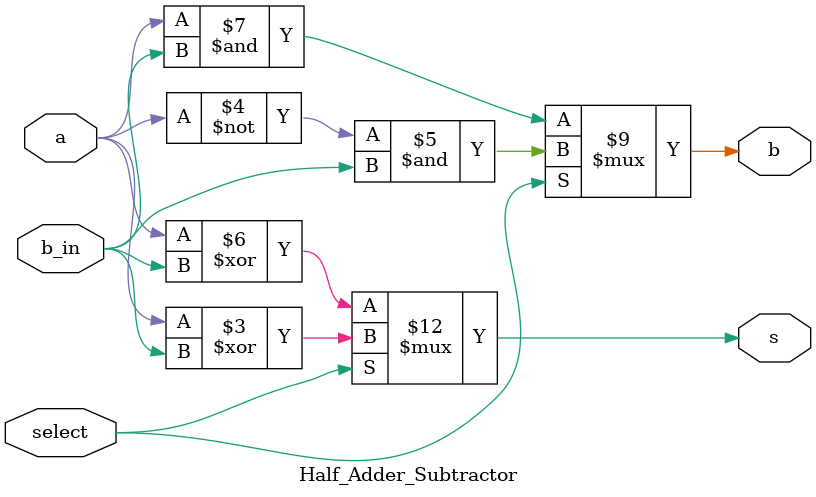
<source format=v>
module Half_Adder_Subtractor (
    output reg s, // Sum
    output reg b, // Borrow or Difference
    input a,      // Operand A
    input b_in,   // Operand B or Borrow-in
    input select  // Select line (1 for subtraction, 0 for addition)
);

always@(a, b_in, select)
begin
    if (select == 1'b1) // Subtraction
    begin
        s= a ^ b_in; // Difference
        b = ~a & b_in;
    end
    else // Addition
    begin
        s= a ^ b_in; // Sum
        b = a & b_in; // Carry
    end
end

endmodule

</source>
